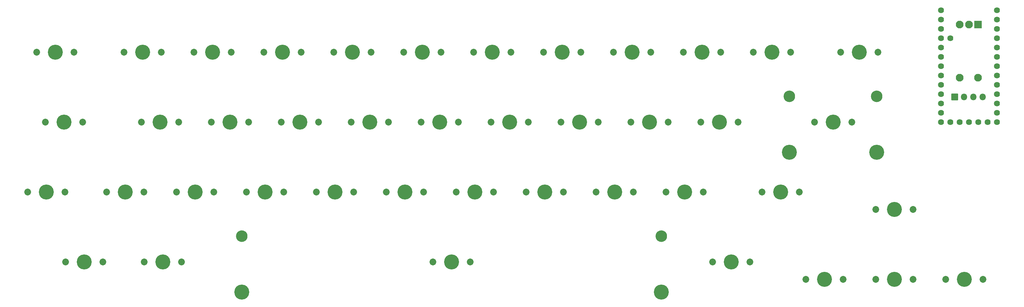
<source format=gts>
%TF.GenerationSoftware,KiCad,Pcbnew,(6.0.10)*%
%TF.CreationDate,2023-02-19T17:52:48+11:00*%
%TF.ProjectId,whykb,7768796b-622e-46b6-9963-61645f706362,REV1*%
%TF.SameCoordinates,Original*%
%TF.FileFunction,Soldermask,Top*%
%TF.FilePolarity,Negative*%
%FSLAX46Y46*%
G04 Gerber Fmt 4.6, Leading zero omitted, Abs format (unit mm)*
G04 Created by KiCad (PCBNEW (6.0.10)) date 2023-02-19 17:52:48*
%MOMM*%
%LPD*%
G01*
G04 APERTURE LIST*
G04 Aperture macros list*
%AMRoundRect*
0 Rectangle with rounded corners*
0 $1 Rounding radius*
0 $2 $3 $4 $5 $6 $7 $8 $9 X,Y pos of 4 corners*
0 Add a 4 corners polygon primitive as box body*
4,1,4,$2,$3,$4,$5,$6,$7,$8,$9,$2,$3,0*
0 Add four circle primitives for the rounded corners*
1,1,$1+$1,$2,$3*
1,1,$1+$1,$4,$5*
1,1,$1+$1,$6,$7*
1,1,$1+$1,$8,$9*
0 Add four rect primitives between the rounded corners*
20,1,$1+$1,$2,$3,$4,$5,0*
20,1,$1+$1,$4,$5,$6,$7,0*
20,1,$1+$1,$6,$7,$8,$9,0*
20,1,$1+$1,$8,$9,$2,$3,0*%
G04 Aperture macros list end*
%ADD10C,1.851600*%
%ADD11C,3.149600*%
%ADD12C,4.089400*%
%ADD13RoundRect,0.050800X-1.000000X1.000000X-1.000000X-1.000000X1.000000X-1.000000X1.000000X1.000000X0*%
%ADD14C,2.101600*%
%ADD15RoundRect,0.050800X0.850000X-0.850000X0.850000X0.850000X-0.850000X0.850000X-0.850000X-0.850000X0*%
%ADD16O,1.801600X1.801600*%
%ADD17C,1.625600*%
G04 APERTURE END LIST*
D10*
%TO.C,K40*%
X194945000Y-176675000D03*
D11*
X257175000Y-169690000D03*
D10*
X205105000Y-176675000D03*
D12*
X200025000Y-176675000D03*
D11*
X142875000Y-169690000D03*
D12*
X257175000Y-184930000D03*
X142875000Y-184930000D03*
%TD*%
D10*
%TO.C,K30*%
X182245000Y-157625000D03*
D12*
X187325000Y-157625000D03*
D10*
X192405000Y-157625000D03*
%TD*%
%TO.C,K22*%
X125730000Y-138575000D03*
D12*
X120650000Y-138575000D03*
D10*
X115570000Y-138575000D03*
%TD*%
%TO.C,K37*%
X315595000Y-181437500D03*
X325755000Y-181437500D03*
D12*
X320675000Y-181437500D03*
%TD*%
%TO.C,K17*%
X215900000Y-138575000D03*
D10*
X220980000Y-138575000D03*
X210820000Y-138575000D03*
%TD*%
D12*
%TO.C,K1*%
X311150000Y-119525000D03*
D10*
X316230000Y-119525000D03*
X306070000Y-119525000D03*
%TD*%
D12*
%TO.C,K8*%
X173037500Y-119525000D03*
D10*
X167957500Y-119525000D03*
X178117500Y-119525000D03*
%TD*%
%TO.C,K41*%
X126523750Y-176675000D03*
X116363750Y-176675000D03*
D12*
X121443750Y-176675000D03*
%TD*%
%TO.C,K13*%
X304006250Y-138575000D03*
D11*
X315912500Y-131590000D03*
D10*
X298926250Y-138575000D03*
D12*
X292100000Y-146830000D03*
D11*
X292100000Y-131590000D03*
D12*
X315912500Y-146830000D03*
D10*
X309086250Y-138575000D03*
%TD*%
D12*
%TO.C,K16*%
X234950000Y-138575000D03*
D10*
X229870000Y-138575000D03*
X240030000Y-138575000D03*
%TD*%
%TO.C,K19*%
X172720000Y-138575000D03*
X182880000Y-138575000D03*
D12*
X177800000Y-138575000D03*
%TD*%
%TO.C,K9*%
X153987500Y-119525000D03*
D10*
X148907500Y-119525000D03*
X159067500Y-119525000D03*
%TD*%
%TO.C,K4*%
X244157500Y-119525000D03*
X254317500Y-119525000D03*
D12*
X249237500Y-119525000D03*
%TD*%
D10*
%TO.C,K5*%
X225107500Y-119525000D03*
X235267500Y-119525000D03*
D12*
X230187500Y-119525000D03*
%TD*%
%TO.C,K26*%
X263525000Y-157625000D03*
D10*
X268605000Y-157625000D03*
X258445000Y-157625000D03*
%TD*%
D12*
%TO.C,K23*%
X94456250Y-138575000D03*
D10*
X89376250Y-138575000D03*
X99536250Y-138575000D03*
%TD*%
%TO.C,K36*%
X344805000Y-181437500D03*
D12*
X339725000Y-181437500D03*
D10*
X334645000Y-181437500D03*
%TD*%
%TO.C,K35*%
X94773750Y-157625000D03*
D12*
X89693750Y-157625000D03*
D10*
X84613750Y-157625000D03*
%TD*%
%TO.C,K31*%
X163195000Y-157625000D03*
D12*
X168275000Y-157625000D03*
D10*
X173355000Y-157625000D03*
%TD*%
%TO.C,K25*%
X284638750Y-157625000D03*
X294798750Y-157625000D03*
D12*
X289718750Y-157625000D03*
%TD*%
D10*
%TO.C,K7*%
X197167500Y-119525000D03*
X187007500Y-119525000D03*
D12*
X192087500Y-119525000D03*
%TD*%
%TO.C,K2*%
X287337500Y-119525000D03*
D10*
X292417500Y-119525000D03*
X282257500Y-119525000D03*
%TD*%
D12*
%TO.C,K38*%
X301625000Y-181437500D03*
D10*
X296545000Y-181437500D03*
X306705000Y-181437500D03*
%TD*%
%TO.C,K14*%
X267970000Y-138575000D03*
X278130000Y-138575000D03*
D12*
X273050000Y-138575000D03*
%TD*%
%TO.C,K28*%
X225425000Y-157625000D03*
D10*
X230505000Y-157625000D03*
X220345000Y-157625000D03*
%TD*%
%TO.C,K3*%
X273367500Y-119525000D03*
D12*
X268287500Y-119525000D03*
D10*
X263207500Y-119525000D03*
%TD*%
%TO.C,K33*%
X135255000Y-157625000D03*
X125095000Y-157625000D03*
D12*
X130175000Y-157625000D03*
%TD*%
D10*
%TO.C,K42*%
X94932500Y-176675000D03*
D12*
X100012500Y-176675000D03*
D10*
X105092500Y-176675000D03*
%TD*%
D12*
%TO.C,K32*%
X149225000Y-157625000D03*
D10*
X144145000Y-157625000D03*
X154305000Y-157625000D03*
%TD*%
%TO.C,K20*%
X153670000Y-138575000D03*
D12*
X158750000Y-138575000D03*
D10*
X163830000Y-138575000D03*
%TD*%
%TO.C,K21*%
X144780000Y-138575000D03*
D12*
X139700000Y-138575000D03*
D10*
X134620000Y-138575000D03*
%TD*%
%TO.C,K24*%
X315595000Y-162387500D03*
D12*
X320675000Y-162387500D03*
D10*
X325755000Y-162387500D03*
%TD*%
%TO.C,K11*%
X110807500Y-119525000D03*
D12*
X115887500Y-119525000D03*
D10*
X120967500Y-119525000D03*
%TD*%
%TO.C,K18*%
X201930000Y-138575000D03*
X191770000Y-138575000D03*
D12*
X196850000Y-138575000D03*
%TD*%
D10*
%TO.C,K34*%
X106045000Y-157625000D03*
X116205000Y-157625000D03*
D12*
X111125000Y-157625000D03*
%TD*%
D10*
%TO.C,K29*%
X201295000Y-157625000D03*
X211455000Y-157625000D03*
D12*
X206375000Y-157625000D03*
%TD*%
%TO.C,K6*%
X211137500Y-119525000D03*
D10*
X206057500Y-119525000D03*
X216217500Y-119525000D03*
%TD*%
%TO.C,K10*%
X129857500Y-119525000D03*
X140017500Y-119525000D03*
D12*
X134937500Y-119525000D03*
%TD*%
D10*
%TO.C,K12*%
X86995000Y-119525000D03*
X97155000Y-119525000D03*
D12*
X92075000Y-119525000D03*
%TD*%
D13*
%TO.C,SW2*%
X343495000Y-112025000D03*
D14*
X338495000Y-112025000D03*
X340995000Y-112025000D03*
X338495000Y-126525000D03*
X343495000Y-126525000D03*
%TD*%
D12*
%TO.C,K15*%
X254000000Y-138575000D03*
D10*
X248920000Y-138575000D03*
X259080000Y-138575000D03*
%TD*%
%TO.C,K39*%
X281305000Y-176675000D03*
X271145000Y-176675000D03*
D12*
X276225000Y-176675000D03*
%TD*%
D15*
%TO.C,U2*%
X337173000Y-131737000D03*
D16*
X339713000Y-131737000D03*
X342253000Y-131737000D03*
X344793000Y-131737000D03*
%TD*%
D12*
%TO.C,K27*%
X244475000Y-157625000D03*
D10*
X239395000Y-157625000D03*
X249555000Y-157625000D03*
%TD*%
D17*
%TO.C,U1*%
X348615000Y-108095000D03*
X348615000Y-110635000D03*
X348615000Y-113175000D03*
X348615000Y-115715000D03*
X348615000Y-118255000D03*
X348615000Y-120795000D03*
X348615000Y-123335000D03*
X348615000Y-125875000D03*
X348615000Y-128415000D03*
X348615000Y-130955000D03*
X348615000Y-133495000D03*
X348615000Y-136035000D03*
X348615000Y-138575000D03*
X346075000Y-138575000D03*
X343535000Y-138575000D03*
X340995000Y-138575000D03*
X338455000Y-138575000D03*
X335915000Y-138575000D03*
X333375000Y-138575000D03*
X333375000Y-136035000D03*
X333375000Y-133495000D03*
X333375000Y-130955000D03*
X333375000Y-128415000D03*
X333375000Y-125875000D03*
X333375000Y-123335000D03*
X333375000Y-120795000D03*
X333375000Y-118255000D03*
X335915000Y-115715000D03*
X333375000Y-115715000D03*
X333375000Y-113175000D03*
X333375000Y-110635000D03*
X333375000Y-108095000D03*
%TD*%
M02*

</source>
